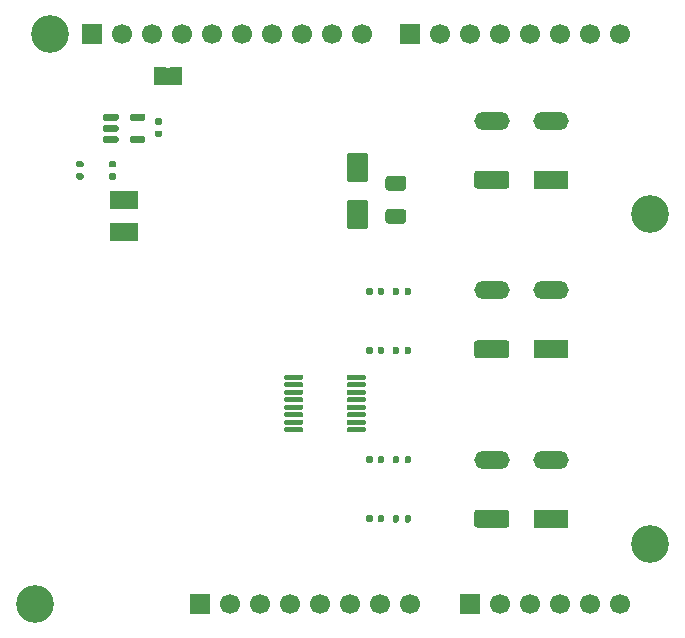
<source format=gts>
G04 #@! TF.GenerationSoftware,KiCad,Pcbnew,9.0.6+1*
G04 #@! TF.CreationDate,2025-12-15T08:06:31+00:00*
G04 #@! TF.ProjectId,dreh_shield,64726568-5f73-4686-9965-6c642e6b6963,0.1*
G04 #@! TF.SameCoordinates,Original*
G04 #@! TF.FileFunction,Soldermask,Top*
G04 #@! TF.FilePolarity,Negative*
%FSLAX46Y46*%
G04 Gerber Fmt 4.6, Leading zero omitted, Abs format (unit mm)*
G04 Created by KiCad (PCBNEW 9.0.6+1) date 2025-12-15 08:06:31*
%MOMM*%
%LPD*%
G01*
G04 APERTURE LIST*
%ADD10R,1.700000X1.700000*%
%ADD11C,1.700000*%
%ADD12R,3.000000X1.500000*%
%ADD13O,3.000000X1.500000*%
%ADD14R,1.000000X1.500000*%
%ADD15C,3.200000*%
G04 APERTURE END LIST*
G36*
X121350000Y-65250000D02*
G01*
X121650000Y-65250000D01*
X121650000Y-66750000D01*
X121350000Y-66750000D01*
X121350000Y-65250000D01*
G37*
G36*
X125350000Y-53550000D02*
G01*
X125050000Y-53550000D01*
X125050000Y-52050000D01*
X125350000Y-52050000D01*
X125350000Y-53550000D01*
G37*
G36*
X121350000Y-62500000D02*
G01*
X121650000Y-62500000D01*
X121650000Y-64000000D01*
X121350000Y-64000000D01*
X121350000Y-62500000D01*
G37*
D10*
X127940000Y-97460000D03*
D11*
X130480000Y-97460000D03*
X133020000Y-97460000D03*
X135560000Y-97460000D03*
X138100000Y-97460000D03*
X140640000Y-97460000D03*
X143180000Y-97460000D03*
X145720000Y-97460000D03*
D10*
X150800000Y-97460000D03*
D11*
X153340000Y-97460000D03*
X155880000Y-97460000D03*
X158420000Y-97460000D03*
X160960000Y-97460000D03*
X163500000Y-97460000D03*
D10*
X118796000Y-49200000D03*
D11*
X121336000Y-49200000D03*
X123876000Y-49200000D03*
X126416000Y-49200000D03*
X128956000Y-49200000D03*
X131496000Y-49200000D03*
X134036000Y-49200000D03*
X136576000Y-49200000D03*
X139116000Y-49200000D03*
X141656000Y-49200000D03*
D10*
X145720000Y-49200000D03*
D11*
X148260000Y-49200000D03*
X150800000Y-49200000D03*
X153340000Y-49200000D03*
X155880000Y-49200000D03*
X158420000Y-49200000D03*
X160960000Y-49200000D03*
X163500000Y-49200000D03*
G36*
G01*
X153867499Y-62300000D02*
X151367501Y-62300000D01*
G75*
G02*
X151117500Y-62049999I0J250001D01*
G01*
X151117500Y-61050001D01*
G75*
G02*
X151367501Y-60800000I250001J0D01*
G01*
X153867499Y-60800000D01*
G75*
G02*
X154117500Y-61050001I0J-250001D01*
G01*
X154117500Y-62049999D01*
G75*
G02*
X153867499Y-62300000I-250001J0D01*
G01*
G37*
D12*
X157617500Y-61550000D03*
D13*
X152617500Y-56550000D03*
X157617500Y-56550000D03*
G36*
G01*
X120315000Y-59970000D02*
X120685000Y-59970000D01*
G75*
G02*
X120820000Y-60105000I0J-135000D01*
G01*
X120820000Y-60375000D01*
G75*
G02*
X120685000Y-60510000I-135000J0D01*
G01*
X120315000Y-60510000D01*
G75*
G02*
X120180000Y-60375000I0J135000D01*
G01*
X120180000Y-60105000D01*
G75*
G02*
X120315000Y-59970000I135000J0D01*
G01*
G37*
G36*
G01*
X120315000Y-60990000D02*
X120685000Y-60990000D01*
G75*
G02*
X120820000Y-61125000I0J-135000D01*
G01*
X120820000Y-61395000D01*
G75*
G02*
X120685000Y-61530000I-135000J0D01*
G01*
X120315000Y-61530000D01*
G75*
G02*
X120180000Y-61395000I0J135000D01*
G01*
X120180000Y-61125000D01*
G75*
G02*
X120315000Y-60990000I135000J0D01*
G01*
G37*
D14*
X120850000Y-66000000D03*
X122150000Y-66000000D03*
G36*
G01*
X124215000Y-56360000D02*
X124585000Y-56360000D01*
G75*
G02*
X124720000Y-56495000I0J-135000D01*
G01*
X124720000Y-56765000D01*
G75*
G02*
X124585000Y-56900000I-135000J0D01*
G01*
X124215000Y-56900000D01*
G75*
G02*
X124080000Y-56765000I0J135000D01*
G01*
X124080000Y-56495000D01*
G75*
G02*
X124215000Y-56360000I135000J0D01*
G01*
G37*
G36*
G01*
X124215000Y-57380000D02*
X124585000Y-57380000D01*
G75*
G02*
X124720000Y-57515000I0J-135000D01*
G01*
X124720000Y-57785000D01*
G75*
G02*
X124585000Y-57920000I-135000J0D01*
G01*
X124215000Y-57920000D01*
G75*
G02*
X124080000Y-57785000I0J135000D01*
G01*
X124080000Y-57515000D01*
G75*
G02*
X124215000Y-57380000I135000J0D01*
G01*
G37*
X125850000Y-52800000D03*
X124550000Y-52800000D03*
G36*
G01*
X153867499Y-76650000D02*
X151367501Y-76650000D01*
G75*
G02*
X151117500Y-76399999I0J250001D01*
G01*
X151117500Y-75400001D01*
G75*
G02*
X151367501Y-75150000I250001J0D01*
G01*
X153867499Y-75150000D01*
G75*
G02*
X154117500Y-75400001I0J-250001D01*
G01*
X154117500Y-76399999D01*
G75*
G02*
X153867499Y-76650000I-250001J0D01*
G01*
G37*
D12*
X157617500Y-75900000D03*
D13*
X152617500Y-70900000D03*
X157617500Y-70900000D03*
D14*
X120850000Y-63250000D03*
X122150000Y-63250000D03*
G36*
G01*
X153867499Y-91000000D02*
X151367501Y-91000000D01*
G75*
G02*
X151117500Y-90749999I0J250001D01*
G01*
X151117500Y-89750001D01*
G75*
G02*
X151367501Y-89500000I250001J0D01*
G01*
X153867499Y-89500000D01*
G75*
G02*
X154117500Y-89750001I0J-250001D01*
G01*
X154117500Y-90749999D01*
G75*
G02*
X153867499Y-91000000I-250001J0D01*
G01*
G37*
D12*
X157617500Y-90250000D03*
D13*
X152617500Y-85250000D03*
X157617500Y-85250000D03*
G36*
G01*
X143510000Y-70830000D02*
X143510000Y-71170000D01*
G75*
G02*
X143370000Y-71310000I-140000J0D01*
G01*
X143090000Y-71310000D01*
G75*
G02*
X142950000Y-71170000I0J140000D01*
G01*
X142950000Y-70830000D01*
G75*
G02*
X143090000Y-70690000I140000J0D01*
G01*
X143370000Y-70690000D01*
G75*
G02*
X143510000Y-70830000I0J-140000D01*
G01*
G37*
G36*
G01*
X142550000Y-70830000D02*
X142550000Y-71170000D01*
G75*
G02*
X142410000Y-71310000I-140000J0D01*
G01*
X142130000Y-71310000D01*
G75*
G02*
X141990000Y-71170000I0J140000D01*
G01*
X141990000Y-70830000D01*
G75*
G02*
X142130000Y-70690000I140000J0D01*
G01*
X142410000Y-70690000D01*
G75*
G02*
X142550000Y-70830000I0J-140000D01*
G01*
G37*
G36*
G01*
X144220000Y-85435000D02*
X144220000Y-85065000D01*
G75*
G02*
X144355000Y-84930000I135000J0D01*
G01*
X144625000Y-84930000D01*
G75*
G02*
X144760000Y-85065000I0J-135000D01*
G01*
X144760000Y-85435000D01*
G75*
G02*
X144625000Y-85570000I-135000J0D01*
G01*
X144355000Y-85570000D01*
G75*
G02*
X144220000Y-85435000I0J135000D01*
G01*
G37*
G36*
G01*
X145240000Y-85435000D02*
X145240000Y-85065000D01*
G75*
G02*
X145375000Y-84930000I135000J0D01*
G01*
X145645000Y-84930000D01*
G75*
G02*
X145780000Y-85065000I0J-135000D01*
G01*
X145780000Y-85435000D01*
G75*
G02*
X145645000Y-85570000I-135000J0D01*
G01*
X145375000Y-85570000D01*
G75*
G02*
X145240000Y-85435000I0J135000D01*
G01*
G37*
G36*
G01*
X119700000Y-56400000D02*
X119700000Y-56100000D01*
G75*
G02*
X119850000Y-55950000I150000J0D01*
G01*
X120875000Y-55950000D01*
G75*
G02*
X121025000Y-56100000I0J-150000D01*
G01*
X121025000Y-56400000D01*
G75*
G02*
X120875000Y-56550000I-150000J0D01*
G01*
X119850000Y-56550000D01*
G75*
G02*
X119700000Y-56400000I0J150000D01*
G01*
G37*
G36*
G01*
X119700000Y-57350000D02*
X119700000Y-57050000D01*
G75*
G02*
X119850000Y-56900000I150000J0D01*
G01*
X120875000Y-56900000D01*
G75*
G02*
X121025000Y-57050000I0J-150000D01*
G01*
X121025000Y-57350000D01*
G75*
G02*
X120875000Y-57500000I-150000J0D01*
G01*
X119850000Y-57500000D01*
G75*
G02*
X119700000Y-57350000I0J150000D01*
G01*
G37*
G36*
G01*
X119700000Y-58300000D02*
X119700000Y-58000000D01*
G75*
G02*
X119850000Y-57850000I150000J0D01*
G01*
X120875000Y-57850000D01*
G75*
G02*
X121025000Y-58000000I0J-150000D01*
G01*
X121025000Y-58300000D01*
G75*
G02*
X120875000Y-58450000I-150000J0D01*
G01*
X119850000Y-58450000D01*
G75*
G02*
X119700000Y-58300000I0J150000D01*
G01*
G37*
G36*
G01*
X121975000Y-58300000D02*
X121975000Y-58000000D01*
G75*
G02*
X122125000Y-57850000I150000J0D01*
G01*
X123150000Y-57850000D01*
G75*
G02*
X123300000Y-58000000I0J-150000D01*
G01*
X123300000Y-58300000D01*
G75*
G02*
X123150000Y-58450000I-150000J0D01*
G01*
X122125000Y-58450000D01*
G75*
G02*
X121975000Y-58300000I0J150000D01*
G01*
G37*
G36*
G01*
X121975000Y-56400000D02*
X121975000Y-56100000D01*
G75*
G02*
X122125000Y-55950000I150000J0D01*
G01*
X123150000Y-55950000D01*
G75*
G02*
X123300000Y-56100000I0J-150000D01*
G01*
X123300000Y-56400000D01*
G75*
G02*
X123150000Y-56550000I-150000J0D01*
G01*
X122125000Y-56550000D01*
G75*
G02*
X121975000Y-56400000I0J150000D01*
G01*
G37*
D15*
X115240000Y-49200000D03*
G36*
G01*
X141950000Y-82622500D02*
X141950000Y-82822500D01*
G75*
G02*
X141850000Y-82922500I-100000J0D01*
G01*
X140425000Y-82922500D01*
G75*
G02*
X140325000Y-82822500I0J100000D01*
G01*
X140325000Y-82622500D01*
G75*
G02*
X140425000Y-82522500I100000J0D01*
G01*
X141850000Y-82522500D01*
G75*
G02*
X141950000Y-82622500I0J-100000D01*
G01*
G37*
G36*
G01*
X141950000Y-81987500D02*
X141950000Y-82187500D01*
G75*
G02*
X141850000Y-82287500I-100000J0D01*
G01*
X140425000Y-82287500D01*
G75*
G02*
X140325000Y-82187500I0J100000D01*
G01*
X140325000Y-81987500D01*
G75*
G02*
X140425000Y-81887500I100000J0D01*
G01*
X141850000Y-81887500D01*
G75*
G02*
X141950000Y-81987500I0J-100000D01*
G01*
G37*
G36*
G01*
X141950000Y-81352500D02*
X141950000Y-81552500D01*
G75*
G02*
X141850000Y-81652500I-100000J0D01*
G01*
X140425000Y-81652500D01*
G75*
G02*
X140325000Y-81552500I0J100000D01*
G01*
X140325000Y-81352500D01*
G75*
G02*
X140425000Y-81252500I100000J0D01*
G01*
X141850000Y-81252500D01*
G75*
G02*
X141950000Y-81352500I0J-100000D01*
G01*
G37*
G36*
G01*
X141950000Y-80717500D02*
X141950000Y-80917500D01*
G75*
G02*
X141850000Y-81017500I-100000J0D01*
G01*
X140425000Y-81017500D01*
G75*
G02*
X140325000Y-80917500I0J100000D01*
G01*
X140325000Y-80717500D01*
G75*
G02*
X140425000Y-80617500I100000J0D01*
G01*
X141850000Y-80617500D01*
G75*
G02*
X141950000Y-80717500I0J-100000D01*
G01*
G37*
G36*
G01*
X141950000Y-80082500D02*
X141950000Y-80282500D01*
G75*
G02*
X141850000Y-80382500I-100000J0D01*
G01*
X140425000Y-80382500D01*
G75*
G02*
X140325000Y-80282500I0J100000D01*
G01*
X140325000Y-80082500D01*
G75*
G02*
X140425000Y-79982500I100000J0D01*
G01*
X141850000Y-79982500D01*
G75*
G02*
X141950000Y-80082500I0J-100000D01*
G01*
G37*
G36*
G01*
X141950000Y-79447500D02*
X141950000Y-79647500D01*
G75*
G02*
X141850000Y-79747500I-100000J0D01*
G01*
X140425000Y-79747500D01*
G75*
G02*
X140325000Y-79647500I0J100000D01*
G01*
X140325000Y-79447500D01*
G75*
G02*
X140425000Y-79347500I100000J0D01*
G01*
X141850000Y-79347500D01*
G75*
G02*
X141950000Y-79447500I0J-100000D01*
G01*
G37*
G36*
G01*
X141950000Y-78812500D02*
X141950000Y-79012500D01*
G75*
G02*
X141850000Y-79112500I-100000J0D01*
G01*
X140425000Y-79112500D01*
G75*
G02*
X140325000Y-79012500I0J100000D01*
G01*
X140325000Y-78812500D01*
G75*
G02*
X140425000Y-78712500I100000J0D01*
G01*
X141850000Y-78712500D01*
G75*
G02*
X141950000Y-78812500I0J-100000D01*
G01*
G37*
G36*
G01*
X141950000Y-78177500D02*
X141950000Y-78377500D01*
G75*
G02*
X141850000Y-78477500I-100000J0D01*
G01*
X140425000Y-78477500D01*
G75*
G02*
X140325000Y-78377500I0J100000D01*
G01*
X140325000Y-78177500D01*
G75*
G02*
X140425000Y-78077500I100000J0D01*
G01*
X141850000Y-78077500D01*
G75*
G02*
X141950000Y-78177500I0J-100000D01*
G01*
G37*
G36*
G01*
X136675000Y-78177500D02*
X136675000Y-78377500D01*
G75*
G02*
X136575000Y-78477500I-100000J0D01*
G01*
X135150000Y-78477500D01*
G75*
G02*
X135050000Y-78377500I0J100000D01*
G01*
X135050000Y-78177500D01*
G75*
G02*
X135150000Y-78077500I100000J0D01*
G01*
X136575000Y-78077500D01*
G75*
G02*
X136675000Y-78177500I0J-100000D01*
G01*
G37*
G36*
G01*
X136675000Y-78812500D02*
X136675000Y-79012500D01*
G75*
G02*
X136575000Y-79112500I-100000J0D01*
G01*
X135150000Y-79112500D01*
G75*
G02*
X135050000Y-79012500I0J100000D01*
G01*
X135050000Y-78812500D01*
G75*
G02*
X135150000Y-78712500I100000J0D01*
G01*
X136575000Y-78712500D01*
G75*
G02*
X136675000Y-78812500I0J-100000D01*
G01*
G37*
G36*
G01*
X136675000Y-79447500D02*
X136675000Y-79647500D01*
G75*
G02*
X136575000Y-79747500I-100000J0D01*
G01*
X135150000Y-79747500D01*
G75*
G02*
X135050000Y-79647500I0J100000D01*
G01*
X135050000Y-79447500D01*
G75*
G02*
X135150000Y-79347500I100000J0D01*
G01*
X136575000Y-79347500D01*
G75*
G02*
X136675000Y-79447500I0J-100000D01*
G01*
G37*
G36*
G01*
X136675000Y-80082500D02*
X136675000Y-80282500D01*
G75*
G02*
X136575000Y-80382500I-100000J0D01*
G01*
X135150000Y-80382500D01*
G75*
G02*
X135050000Y-80282500I0J100000D01*
G01*
X135050000Y-80082500D01*
G75*
G02*
X135150000Y-79982500I100000J0D01*
G01*
X136575000Y-79982500D01*
G75*
G02*
X136675000Y-80082500I0J-100000D01*
G01*
G37*
G36*
G01*
X136675000Y-80717500D02*
X136675000Y-80917500D01*
G75*
G02*
X136575000Y-81017500I-100000J0D01*
G01*
X135150000Y-81017500D01*
G75*
G02*
X135050000Y-80917500I0J100000D01*
G01*
X135050000Y-80717500D01*
G75*
G02*
X135150000Y-80617500I100000J0D01*
G01*
X136575000Y-80617500D01*
G75*
G02*
X136675000Y-80717500I0J-100000D01*
G01*
G37*
G36*
G01*
X136675000Y-81352500D02*
X136675000Y-81552500D01*
G75*
G02*
X136575000Y-81652500I-100000J0D01*
G01*
X135150000Y-81652500D01*
G75*
G02*
X135050000Y-81552500I0J100000D01*
G01*
X135050000Y-81352500D01*
G75*
G02*
X135150000Y-81252500I100000J0D01*
G01*
X136575000Y-81252500D01*
G75*
G02*
X136675000Y-81352500I0J-100000D01*
G01*
G37*
G36*
G01*
X136675000Y-81987500D02*
X136675000Y-82187500D01*
G75*
G02*
X136575000Y-82287500I-100000J0D01*
G01*
X135150000Y-82287500D01*
G75*
G02*
X135050000Y-82187500I0J100000D01*
G01*
X135050000Y-81987500D01*
G75*
G02*
X135150000Y-81887500I100000J0D01*
G01*
X136575000Y-81887500D01*
G75*
G02*
X136675000Y-81987500I0J-100000D01*
G01*
G37*
G36*
G01*
X136675000Y-82622500D02*
X136675000Y-82822500D01*
G75*
G02*
X136575000Y-82922500I-100000J0D01*
G01*
X135150000Y-82922500D01*
G75*
G02*
X135050000Y-82822500I0J100000D01*
G01*
X135050000Y-82622500D01*
G75*
G02*
X135150000Y-82522500I100000J0D01*
G01*
X136575000Y-82522500D01*
G75*
G02*
X136675000Y-82622500I0J-100000D01*
G01*
G37*
G36*
G01*
X117565000Y-59970000D02*
X117935000Y-59970000D01*
G75*
G02*
X118070000Y-60105000I0J-135000D01*
G01*
X118070000Y-60375000D01*
G75*
G02*
X117935000Y-60510000I-135000J0D01*
G01*
X117565000Y-60510000D01*
G75*
G02*
X117430000Y-60375000I0J135000D01*
G01*
X117430000Y-60105000D01*
G75*
G02*
X117565000Y-59970000I135000J0D01*
G01*
G37*
G36*
G01*
X117565000Y-60990000D02*
X117935000Y-60990000D01*
G75*
G02*
X118070000Y-61125000I0J-135000D01*
G01*
X118070000Y-61395000D01*
G75*
G02*
X117935000Y-61530000I-135000J0D01*
G01*
X117565000Y-61530000D01*
G75*
G02*
X117430000Y-61395000I0J135000D01*
G01*
X117430000Y-61125000D01*
G75*
G02*
X117565000Y-60990000I135000J0D01*
G01*
G37*
G36*
G01*
X144220000Y-90435000D02*
X144220000Y-90065000D01*
G75*
G02*
X144355000Y-89930000I135000J0D01*
G01*
X144625000Y-89930000D01*
G75*
G02*
X144760000Y-90065000I0J-135000D01*
G01*
X144760000Y-90435000D01*
G75*
G02*
X144625000Y-90570000I-135000J0D01*
G01*
X144355000Y-90570000D01*
G75*
G02*
X144220000Y-90435000I0J135000D01*
G01*
G37*
G36*
G01*
X145240000Y-90435000D02*
X145240000Y-90065000D01*
G75*
G02*
X145375000Y-89930000I135000J0D01*
G01*
X145645000Y-89930000D01*
G75*
G02*
X145780000Y-90065000I0J-135000D01*
G01*
X145780000Y-90435000D01*
G75*
G02*
X145645000Y-90570000I-135000J0D01*
G01*
X145375000Y-90570000D01*
G75*
G02*
X145240000Y-90435000I0J135000D01*
G01*
G37*
G36*
G01*
X143510000Y-90080000D02*
X143510000Y-90420000D01*
G75*
G02*
X143370000Y-90560000I-140000J0D01*
G01*
X143090000Y-90560000D01*
G75*
G02*
X142950000Y-90420000I0J140000D01*
G01*
X142950000Y-90080000D01*
G75*
G02*
X143090000Y-89940000I140000J0D01*
G01*
X143370000Y-89940000D01*
G75*
G02*
X143510000Y-90080000I0J-140000D01*
G01*
G37*
G36*
G01*
X142550000Y-90080000D02*
X142550000Y-90420000D01*
G75*
G02*
X142410000Y-90560000I-140000J0D01*
G01*
X142130000Y-90560000D01*
G75*
G02*
X141990000Y-90420000I0J140000D01*
G01*
X141990000Y-90080000D01*
G75*
G02*
X142130000Y-89940000I140000J0D01*
G01*
X142410000Y-89940000D01*
G75*
G02*
X142550000Y-90080000I0J-140000D01*
G01*
G37*
G36*
G01*
X144220000Y-71185000D02*
X144220000Y-70815000D01*
G75*
G02*
X144355000Y-70680000I135000J0D01*
G01*
X144625000Y-70680000D01*
G75*
G02*
X144760000Y-70815000I0J-135000D01*
G01*
X144760000Y-71185000D01*
G75*
G02*
X144625000Y-71320000I-135000J0D01*
G01*
X144355000Y-71320000D01*
G75*
G02*
X144220000Y-71185000I0J135000D01*
G01*
G37*
G36*
G01*
X145240000Y-71185000D02*
X145240000Y-70815000D01*
G75*
G02*
X145375000Y-70680000I135000J0D01*
G01*
X145645000Y-70680000D01*
G75*
G02*
X145780000Y-70815000I0J-135000D01*
G01*
X145780000Y-71185000D01*
G75*
G02*
X145645000Y-71320000I-135000J0D01*
G01*
X145375000Y-71320000D01*
G75*
G02*
X145240000Y-71185000I0J135000D01*
G01*
G37*
G36*
G01*
X143510000Y-75830000D02*
X143510000Y-76170000D01*
G75*
G02*
X143370000Y-76310000I-140000J0D01*
G01*
X143090000Y-76310000D01*
G75*
G02*
X142950000Y-76170000I0J140000D01*
G01*
X142950000Y-75830000D01*
G75*
G02*
X143090000Y-75690000I140000J0D01*
G01*
X143370000Y-75690000D01*
G75*
G02*
X143510000Y-75830000I0J-140000D01*
G01*
G37*
G36*
G01*
X142550000Y-75830000D02*
X142550000Y-76170000D01*
G75*
G02*
X142410000Y-76310000I-140000J0D01*
G01*
X142130000Y-76310000D01*
G75*
G02*
X141990000Y-76170000I0J140000D01*
G01*
X141990000Y-75830000D01*
G75*
G02*
X142130000Y-75690000I140000J0D01*
G01*
X142410000Y-75690000D01*
G75*
G02*
X142550000Y-75830000I0J-140000D01*
G01*
G37*
G36*
G01*
X144220000Y-76185000D02*
X144220000Y-75815000D01*
G75*
G02*
X144355000Y-75680000I135000J0D01*
G01*
X144625000Y-75680000D01*
G75*
G02*
X144760000Y-75815000I0J-135000D01*
G01*
X144760000Y-76185000D01*
G75*
G02*
X144625000Y-76320000I-135000J0D01*
G01*
X144355000Y-76320000D01*
G75*
G02*
X144220000Y-76185000I0J135000D01*
G01*
G37*
G36*
G01*
X145240000Y-76185000D02*
X145240000Y-75815000D01*
G75*
G02*
X145375000Y-75680000I135000J0D01*
G01*
X145645000Y-75680000D01*
G75*
G02*
X145780000Y-75815000I0J-135000D01*
G01*
X145780000Y-76185000D01*
G75*
G02*
X145645000Y-76320000I-135000J0D01*
G01*
X145375000Y-76320000D01*
G75*
G02*
X145240000Y-76185000I0J135000D01*
G01*
G37*
X113970000Y-97460000D03*
X166040000Y-64440000D03*
G36*
G01*
X143875000Y-61225000D02*
X145125000Y-61225000D01*
G75*
G02*
X145375000Y-61475000I0J-250000D01*
G01*
X145375000Y-62225000D01*
G75*
G02*
X145125000Y-62475000I-250000J0D01*
G01*
X143875000Y-62475000D01*
G75*
G02*
X143625000Y-62225000I0J250000D01*
G01*
X143625000Y-61475000D01*
G75*
G02*
X143875000Y-61225000I250000J0D01*
G01*
G37*
G36*
G01*
X143875000Y-64025000D02*
X145125000Y-64025000D01*
G75*
G02*
X145375000Y-64275000I0J-250000D01*
G01*
X145375000Y-65025000D01*
G75*
G02*
X145125000Y-65275000I-250000J0D01*
G01*
X143875000Y-65275000D01*
G75*
G02*
X143625000Y-65025000I0J250000D01*
G01*
X143625000Y-64275000D01*
G75*
G02*
X143875000Y-64025000I250000J0D01*
G01*
G37*
X166040000Y-92380000D03*
G36*
G01*
X140600000Y-59250000D02*
X141900000Y-59250000D01*
G75*
G02*
X142150000Y-59500000I0J-250000D01*
G01*
X142150000Y-61500000D01*
G75*
G02*
X141900000Y-61750000I-250000J0D01*
G01*
X140600000Y-61750000D01*
G75*
G02*
X140350000Y-61500000I0J250000D01*
G01*
X140350000Y-59500000D01*
G75*
G02*
X140600000Y-59250000I250000J0D01*
G01*
G37*
G36*
G01*
X140600000Y-63250000D02*
X141900000Y-63250000D01*
G75*
G02*
X142150000Y-63500000I0J-250000D01*
G01*
X142150000Y-65500000D01*
G75*
G02*
X141900000Y-65750000I-250000J0D01*
G01*
X140600000Y-65750000D01*
G75*
G02*
X140350000Y-65500000I0J250000D01*
G01*
X140350000Y-63500000D01*
G75*
G02*
X140600000Y-63250000I250000J0D01*
G01*
G37*
G36*
G01*
X143510000Y-85080000D02*
X143510000Y-85420000D01*
G75*
G02*
X143370000Y-85560000I-140000J0D01*
G01*
X143090000Y-85560000D01*
G75*
G02*
X142950000Y-85420000I0J140000D01*
G01*
X142950000Y-85080000D01*
G75*
G02*
X143090000Y-84940000I140000J0D01*
G01*
X143370000Y-84940000D01*
G75*
G02*
X143510000Y-85080000I0J-140000D01*
G01*
G37*
G36*
G01*
X142550000Y-85080000D02*
X142550000Y-85420000D01*
G75*
G02*
X142410000Y-85560000I-140000J0D01*
G01*
X142130000Y-85560000D01*
G75*
G02*
X141990000Y-85420000I0J140000D01*
G01*
X141990000Y-85080000D01*
G75*
G02*
X142130000Y-84940000I140000J0D01*
G01*
X142410000Y-84940000D01*
G75*
G02*
X142550000Y-85080000I0J-140000D01*
G01*
G37*
M02*

</source>
